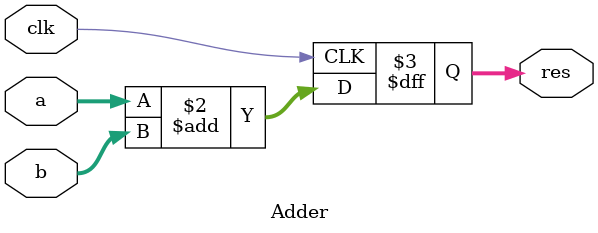
<source format=v>
`timescale 1ns / 1ps

module Adder#( 
     parameter BIT_WIDTH = 8//k
     )
 (
    input clk,
    input  [BIT_WIDTH-1:0] a,
    input  [BIT_WIDTH-1:0] b,
    output reg [BIT_WIDTH-1:0] res
 );

    always @(posedge clk)
    begin
        res <= a[BIT_WIDTH-1:0]+b[BIT_WIDTH-1:0];
    end
endmodule

</source>
